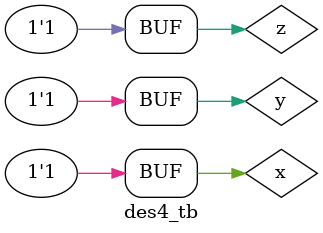
<source format=v>
module des4 (x,y,z,m);
  input x,y,z;
  output m;
  wire d;
  wire e;
   
  
and (d,x,z);
and (e,y,z);
or (m,d,e);
   
  
endmodule

module des4_tb();
  
  reg x,y,z;
  wire m;
  
  
  des4 a1(x,y,z,m);
  
  initial begin
    
    $monitor("value of x=%b, y=%b,z=%b, m=%b");
    x=0; y=0; z=0;
    #1 x=1; y=0; z=0; 
    #1 x=0; y=1; z=0;
    #1 x=0; y=0; z=1;
    #1 x=1; y=1; z=0; 
    #1 x=0; y=1; z=1; 
    #1 x=1; y=0; z=1; 
    #1 x=1; y=1; z=1; 
        
  end
endmodule



</source>
